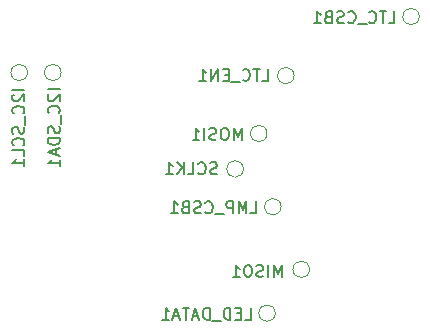
<source format=gbr>
%TF.GenerationSoftware,KiCad,Pcbnew,(5.1.5-0-10_14)*%
%TF.CreationDate,2020-05-28T22:54:10-04:00*%
%TF.ProjectId,PD_PowerSupply,50445f50-6f77-4657-9253-7570706c792e,rev?*%
%TF.SameCoordinates,Original*%
%TF.FileFunction,Legend,Bot*%
%TF.FilePolarity,Positive*%
%FSLAX46Y46*%
G04 Gerber Fmt 4.6, Leading zero omitted, Abs format (unit mm)*
G04 Created by KiCad (PCBNEW (5.1.5-0-10_14)) date 2020-05-28 22:54:10*
%MOMM*%
%LPD*%
G04 APERTURE LIST*
%ADD10C,0.120000*%
%ADD11C,0.150000*%
G04 APERTURE END LIST*
D10*
X145588800Y-102734400D02*
G75*
G03X145588800Y-102734400I-700000J0D01*
G01*
X147588800Y-99734400D02*
G75*
G03X147588800Y-99734400I-700000J0D01*
G01*
X151188800Y-111234400D02*
G75*
G03X151188800Y-111234400I-700000J0D01*
G01*
X149888800Y-94834400D02*
G75*
G03X149888800Y-94834400I-700000J0D01*
G01*
X160488800Y-89834400D02*
G75*
G03X160488800Y-89834400I-700000J0D01*
G01*
X148788800Y-105934400D02*
G75*
G03X148788800Y-105934400I-700000J0D01*
G01*
X148293200Y-114944000D02*
G75*
G03X148293200Y-114944000I-700000J0D01*
G01*
X130157600Y-94573200D02*
G75*
G03X130157600Y-94573200I-700000J0D01*
G01*
X127312800Y-94573200D02*
G75*
G03X127312800Y-94573200I-700000J0D01*
G01*
D11*
X143355466Y-103139161D02*
X143212609Y-103186780D01*
X142974514Y-103186780D01*
X142879276Y-103139161D01*
X142831657Y-103091542D01*
X142784038Y-102996304D01*
X142784038Y-102901066D01*
X142831657Y-102805828D01*
X142879276Y-102758209D01*
X142974514Y-102710590D01*
X143164990Y-102662971D01*
X143260228Y-102615352D01*
X143307847Y-102567733D01*
X143355466Y-102472495D01*
X143355466Y-102377257D01*
X143307847Y-102282019D01*
X143260228Y-102234400D01*
X143164990Y-102186780D01*
X142926895Y-102186780D01*
X142784038Y-102234400D01*
X141784038Y-103091542D02*
X141831657Y-103139161D01*
X141974514Y-103186780D01*
X142069752Y-103186780D01*
X142212609Y-103139161D01*
X142307847Y-103043923D01*
X142355466Y-102948685D01*
X142403085Y-102758209D01*
X142403085Y-102615352D01*
X142355466Y-102424876D01*
X142307847Y-102329638D01*
X142212609Y-102234400D01*
X142069752Y-102186780D01*
X141974514Y-102186780D01*
X141831657Y-102234400D01*
X141784038Y-102282019D01*
X140879276Y-103186780D02*
X141355466Y-103186780D01*
X141355466Y-102186780D01*
X140545942Y-103186780D02*
X140545942Y-102186780D01*
X139974514Y-103186780D02*
X140403085Y-102615352D01*
X139974514Y-102186780D02*
X140545942Y-102758209D01*
X139022133Y-103186780D02*
X139593561Y-103186780D01*
X139307847Y-103186780D02*
X139307847Y-102186780D01*
X139403085Y-102329638D01*
X139498323Y-102424876D01*
X139593561Y-102472495D01*
X145436419Y-100286780D02*
X145436419Y-99286780D01*
X145103085Y-100001066D01*
X144769752Y-99286780D01*
X144769752Y-100286780D01*
X144103085Y-99286780D02*
X143912609Y-99286780D01*
X143817371Y-99334400D01*
X143722133Y-99429638D01*
X143674514Y-99620114D01*
X143674514Y-99953447D01*
X143722133Y-100143923D01*
X143817371Y-100239161D01*
X143912609Y-100286780D01*
X144103085Y-100286780D01*
X144198323Y-100239161D01*
X144293561Y-100143923D01*
X144341180Y-99953447D01*
X144341180Y-99620114D01*
X144293561Y-99429638D01*
X144198323Y-99334400D01*
X144103085Y-99286780D01*
X143293561Y-100239161D02*
X143150704Y-100286780D01*
X142912609Y-100286780D01*
X142817371Y-100239161D01*
X142769752Y-100191542D01*
X142722133Y-100096304D01*
X142722133Y-100001066D01*
X142769752Y-99905828D01*
X142817371Y-99858209D01*
X142912609Y-99810590D01*
X143103085Y-99762971D01*
X143198323Y-99715352D01*
X143245942Y-99667733D01*
X143293561Y-99572495D01*
X143293561Y-99477257D01*
X143245942Y-99382019D01*
X143198323Y-99334400D01*
X143103085Y-99286780D01*
X142864990Y-99286780D01*
X142722133Y-99334400D01*
X142293561Y-100286780D02*
X142293561Y-99286780D01*
X141293561Y-100286780D02*
X141864990Y-100286780D01*
X141579276Y-100286780D02*
X141579276Y-99286780D01*
X141674514Y-99429638D01*
X141769752Y-99524876D01*
X141864990Y-99572495D01*
X148836419Y-111886780D02*
X148836419Y-110886780D01*
X148503085Y-111601066D01*
X148169752Y-110886780D01*
X148169752Y-111886780D01*
X147693561Y-111886780D02*
X147693561Y-110886780D01*
X147264990Y-111839161D02*
X147122133Y-111886780D01*
X146884038Y-111886780D01*
X146788800Y-111839161D01*
X146741180Y-111791542D01*
X146693561Y-111696304D01*
X146693561Y-111601066D01*
X146741180Y-111505828D01*
X146788800Y-111458209D01*
X146884038Y-111410590D01*
X147074514Y-111362971D01*
X147169752Y-111315352D01*
X147217371Y-111267733D01*
X147264990Y-111172495D01*
X147264990Y-111077257D01*
X147217371Y-110982019D01*
X147169752Y-110934400D01*
X147074514Y-110886780D01*
X146836419Y-110886780D01*
X146693561Y-110934400D01*
X146074514Y-110886780D02*
X145884038Y-110886780D01*
X145788800Y-110934400D01*
X145693561Y-111029638D01*
X145645942Y-111220114D01*
X145645942Y-111553447D01*
X145693561Y-111743923D01*
X145788800Y-111839161D01*
X145884038Y-111886780D01*
X146074514Y-111886780D01*
X146169752Y-111839161D01*
X146264990Y-111743923D01*
X146312609Y-111553447D01*
X146312609Y-111220114D01*
X146264990Y-111029638D01*
X146169752Y-110934400D01*
X146074514Y-110886780D01*
X144693561Y-111886780D02*
X145264990Y-111886780D01*
X144979276Y-111886780D02*
X144979276Y-110886780D01*
X145074514Y-111029638D01*
X145169752Y-111124876D01*
X145264990Y-111172495D01*
X147193561Y-95286780D02*
X147669752Y-95286780D01*
X147669752Y-94286780D01*
X147003085Y-94286780D02*
X146431657Y-94286780D01*
X146717371Y-95286780D02*
X146717371Y-94286780D01*
X145526895Y-95191542D02*
X145574514Y-95239161D01*
X145717371Y-95286780D01*
X145812609Y-95286780D01*
X145955466Y-95239161D01*
X146050704Y-95143923D01*
X146098323Y-95048685D01*
X146145942Y-94858209D01*
X146145942Y-94715352D01*
X146098323Y-94524876D01*
X146050704Y-94429638D01*
X145955466Y-94334400D01*
X145812609Y-94286780D01*
X145717371Y-94286780D01*
X145574514Y-94334400D01*
X145526895Y-94382019D01*
X145336419Y-95382019D02*
X144574514Y-95382019D01*
X144336419Y-94762971D02*
X144003085Y-94762971D01*
X143860228Y-95286780D02*
X144336419Y-95286780D01*
X144336419Y-94286780D01*
X143860228Y-94286780D01*
X143431657Y-95286780D02*
X143431657Y-94286780D01*
X142860228Y-95286780D01*
X142860228Y-94286780D01*
X141860228Y-95286780D02*
X142431657Y-95286780D01*
X142145942Y-95286780D02*
X142145942Y-94286780D01*
X142241180Y-94429638D01*
X142336419Y-94524876D01*
X142431657Y-94572495D01*
X157893561Y-90386780D02*
X158369752Y-90386780D01*
X158369752Y-89386780D01*
X157703085Y-89386780D02*
X157131657Y-89386780D01*
X157417371Y-90386780D02*
X157417371Y-89386780D01*
X156226895Y-90291542D02*
X156274514Y-90339161D01*
X156417371Y-90386780D01*
X156512609Y-90386780D01*
X156655466Y-90339161D01*
X156750704Y-90243923D01*
X156798323Y-90148685D01*
X156845942Y-89958209D01*
X156845942Y-89815352D01*
X156798323Y-89624876D01*
X156750704Y-89529638D01*
X156655466Y-89434400D01*
X156512609Y-89386780D01*
X156417371Y-89386780D01*
X156274514Y-89434400D01*
X156226895Y-89482019D01*
X156036419Y-90482019D02*
X155274514Y-90482019D01*
X154464990Y-90291542D02*
X154512609Y-90339161D01*
X154655466Y-90386780D01*
X154750704Y-90386780D01*
X154893561Y-90339161D01*
X154988800Y-90243923D01*
X155036419Y-90148685D01*
X155084038Y-89958209D01*
X155084038Y-89815352D01*
X155036419Y-89624876D01*
X154988800Y-89529638D01*
X154893561Y-89434400D01*
X154750704Y-89386780D01*
X154655466Y-89386780D01*
X154512609Y-89434400D01*
X154464990Y-89482019D01*
X154084038Y-90339161D02*
X153941180Y-90386780D01*
X153703085Y-90386780D01*
X153607847Y-90339161D01*
X153560228Y-90291542D01*
X153512609Y-90196304D01*
X153512609Y-90101066D01*
X153560228Y-90005828D01*
X153607847Y-89958209D01*
X153703085Y-89910590D01*
X153893561Y-89862971D01*
X153988800Y-89815352D01*
X154036419Y-89767733D01*
X154084038Y-89672495D01*
X154084038Y-89577257D01*
X154036419Y-89482019D01*
X153988800Y-89434400D01*
X153893561Y-89386780D01*
X153655466Y-89386780D01*
X153512609Y-89434400D01*
X152750704Y-89862971D02*
X152607847Y-89910590D01*
X152560228Y-89958209D01*
X152512609Y-90053447D01*
X152512609Y-90196304D01*
X152560228Y-90291542D01*
X152607847Y-90339161D01*
X152703085Y-90386780D01*
X153084038Y-90386780D01*
X153084038Y-89386780D01*
X152750704Y-89386780D01*
X152655466Y-89434400D01*
X152607847Y-89482019D01*
X152560228Y-89577257D01*
X152560228Y-89672495D01*
X152607847Y-89767733D01*
X152655466Y-89815352D01*
X152750704Y-89862971D01*
X153084038Y-89862971D01*
X151560228Y-90386780D02*
X152131657Y-90386780D01*
X151845942Y-90386780D02*
X151845942Y-89386780D01*
X151941180Y-89529638D01*
X152036419Y-89624876D01*
X152131657Y-89672495D01*
X146184038Y-106486780D02*
X146660228Y-106486780D01*
X146660228Y-105486780D01*
X145850704Y-106486780D02*
X145850704Y-105486780D01*
X145517371Y-106201066D01*
X145184038Y-105486780D01*
X145184038Y-106486780D01*
X144707847Y-106486780D02*
X144707847Y-105486780D01*
X144326895Y-105486780D01*
X144231657Y-105534400D01*
X144184038Y-105582019D01*
X144136419Y-105677257D01*
X144136419Y-105820114D01*
X144184038Y-105915352D01*
X144231657Y-105962971D01*
X144326895Y-106010590D01*
X144707847Y-106010590D01*
X143945942Y-106582019D02*
X143184038Y-106582019D01*
X142374514Y-106391542D02*
X142422133Y-106439161D01*
X142564990Y-106486780D01*
X142660228Y-106486780D01*
X142803085Y-106439161D01*
X142898323Y-106343923D01*
X142945942Y-106248685D01*
X142993561Y-106058209D01*
X142993561Y-105915352D01*
X142945942Y-105724876D01*
X142898323Y-105629638D01*
X142803085Y-105534400D01*
X142660228Y-105486780D01*
X142564990Y-105486780D01*
X142422133Y-105534400D01*
X142374514Y-105582019D01*
X141993561Y-106439161D02*
X141850704Y-106486780D01*
X141612609Y-106486780D01*
X141517371Y-106439161D01*
X141469752Y-106391542D01*
X141422133Y-106296304D01*
X141422133Y-106201066D01*
X141469752Y-106105828D01*
X141517371Y-106058209D01*
X141612609Y-106010590D01*
X141803085Y-105962971D01*
X141898323Y-105915352D01*
X141945942Y-105867733D01*
X141993561Y-105772495D01*
X141993561Y-105677257D01*
X141945942Y-105582019D01*
X141898323Y-105534400D01*
X141803085Y-105486780D01*
X141564990Y-105486780D01*
X141422133Y-105534400D01*
X140660228Y-105962971D02*
X140517371Y-106010590D01*
X140469752Y-106058209D01*
X140422133Y-106153447D01*
X140422133Y-106296304D01*
X140469752Y-106391542D01*
X140517371Y-106439161D01*
X140612609Y-106486780D01*
X140993561Y-106486780D01*
X140993561Y-105486780D01*
X140660228Y-105486780D01*
X140564990Y-105534400D01*
X140517371Y-105582019D01*
X140469752Y-105677257D01*
X140469752Y-105772495D01*
X140517371Y-105867733D01*
X140564990Y-105915352D01*
X140660228Y-105962971D01*
X140993561Y-105962971D01*
X139469752Y-106486780D02*
X140041180Y-106486780D01*
X139755466Y-106486780D02*
X139755466Y-105486780D01*
X139850704Y-105629638D01*
X139945942Y-105724876D01*
X140041180Y-105772495D01*
X145726895Y-115486780D02*
X146203085Y-115486780D01*
X146203085Y-114486780D01*
X145393561Y-114962971D02*
X145060228Y-114962971D01*
X144917371Y-115486780D02*
X145393561Y-115486780D01*
X145393561Y-114486780D01*
X144917371Y-114486780D01*
X144488800Y-115486780D02*
X144488800Y-114486780D01*
X144250704Y-114486780D01*
X144107847Y-114534400D01*
X144012609Y-114629638D01*
X143964990Y-114724876D01*
X143917371Y-114915352D01*
X143917371Y-115058209D01*
X143964990Y-115248685D01*
X144012609Y-115343923D01*
X144107847Y-115439161D01*
X144250704Y-115486780D01*
X144488800Y-115486780D01*
X143726895Y-115582019D02*
X142964990Y-115582019D01*
X142726895Y-115486780D02*
X142726895Y-114486780D01*
X142488800Y-114486780D01*
X142345942Y-114534400D01*
X142250704Y-114629638D01*
X142203085Y-114724876D01*
X142155466Y-114915352D01*
X142155466Y-115058209D01*
X142203085Y-115248685D01*
X142250704Y-115343923D01*
X142345942Y-115439161D01*
X142488800Y-115486780D01*
X142726895Y-115486780D01*
X141774514Y-115201066D02*
X141298323Y-115201066D01*
X141869752Y-115486780D02*
X141536419Y-114486780D01*
X141203085Y-115486780D01*
X141012609Y-114486780D02*
X140441180Y-114486780D01*
X140726895Y-115486780D02*
X140726895Y-114486780D01*
X140155466Y-115201066D02*
X139679276Y-115201066D01*
X140250704Y-115486780D02*
X139917371Y-114486780D01*
X139584038Y-115486780D01*
X138726895Y-115486780D02*
X139298323Y-115486780D01*
X139012609Y-115486780D02*
X139012609Y-114486780D01*
X139107847Y-114629638D01*
X139203085Y-114724876D01*
X139298323Y-114772495D01*
X130041180Y-95996304D02*
X129041180Y-95996304D01*
X129136419Y-96424876D02*
X129088800Y-96472495D01*
X129041180Y-96567733D01*
X129041180Y-96805828D01*
X129088800Y-96901066D01*
X129136419Y-96948685D01*
X129231657Y-96996304D01*
X129326895Y-96996304D01*
X129469752Y-96948685D01*
X130041180Y-96377257D01*
X130041180Y-96996304D01*
X129945942Y-97996304D02*
X129993561Y-97948685D01*
X130041180Y-97805828D01*
X130041180Y-97710590D01*
X129993561Y-97567733D01*
X129898323Y-97472495D01*
X129803085Y-97424876D01*
X129612609Y-97377257D01*
X129469752Y-97377257D01*
X129279276Y-97424876D01*
X129184038Y-97472495D01*
X129088800Y-97567733D01*
X129041180Y-97710590D01*
X129041180Y-97805828D01*
X129088800Y-97948685D01*
X129136419Y-97996304D01*
X130136419Y-98186780D02*
X130136419Y-98948685D01*
X129993561Y-99139161D02*
X130041180Y-99282019D01*
X130041180Y-99520114D01*
X129993561Y-99615352D01*
X129945942Y-99662971D01*
X129850704Y-99710590D01*
X129755466Y-99710590D01*
X129660228Y-99662971D01*
X129612609Y-99615352D01*
X129564990Y-99520114D01*
X129517371Y-99329638D01*
X129469752Y-99234400D01*
X129422133Y-99186780D01*
X129326895Y-99139161D01*
X129231657Y-99139161D01*
X129136419Y-99186780D01*
X129088800Y-99234400D01*
X129041180Y-99329638D01*
X129041180Y-99567733D01*
X129088800Y-99710590D01*
X130041180Y-100139161D02*
X129041180Y-100139161D01*
X129041180Y-100377257D01*
X129088800Y-100520114D01*
X129184038Y-100615352D01*
X129279276Y-100662971D01*
X129469752Y-100710590D01*
X129612609Y-100710590D01*
X129803085Y-100662971D01*
X129898323Y-100615352D01*
X129993561Y-100520114D01*
X130041180Y-100377257D01*
X130041180Y-100139161D01*
X129755466Y-101091542D02*
X129755466Y-101567733D01*
X130041180Y-100996304D02*
X129041180Y-101329638D01*
X130041180Y-101662971D01*
X130041180Y-102520114D02*
X130041180Y-101948685D01*
X130041180Y-102234400D02*
X129041180Y-102234400D01*
X129184038Y-102139161D01*
X129279276Y-102043923D01*
X129326895Y-101948685D01*
X127041180Y-96020114D02*
X126041180Y-96020114D01*
X126136419Y-96448685D02*
X126088800Y-96496304D01*
X126041180Y-96591542D01*
X126041180Y-96829638D01*
X126088800Y-96924876D01*
X126136419Y-96972495D01*
X126231657Y-97020114D01*
X126326895Y-97020114D01*
X126469752Y-96972495D01*
X127041180Y-96401066D01*
X127041180Y-97020114D01*
X126945942Y-98020114D02*
X126993561Y-97972495D01*
X127041180Y-97829638D01*
X127041180Y-97734400D01*
X126993561Y-97591542D01*
X126898323Y-97496304D01*
X126803085Y-97448685D01*
X126612609Y-97401066D01*
X126469752Y-97401066D01*
X126279276Y-97448685D01*
X126184038Y-97496304D01*
X126088800Y-97591542D01*
X126041180Y-97734400D01*
X126041180Y-97829638D01*
X126088800Y-97972495D01*
X126136419Y-98020114D01*
X127136419Y-98210590D02*
X127136419Y-98972495D01*
X126993561Y-99162971D02*
X127041180Y-99305828D01*
X127041180Y-99543923D01*
X126993561Y-99639161D01*
X126945942Y-99686780D01*
X126850704Y-99734400D01*
X126755466Y-99734400D01*
X126660228Y-99686780D01*
X126612609Y-99639161D01*
X126564990Y-99543923D01*
X126517371Y-99353447D01*
X126469752Y-99258209D01*
X126422133Y-99210590D01*
X126326895Y-99162971D01*
X126231657Y-99162971D01*
X126136419Y-99210590D01*
X126088800Y-99258209D01*
X126041180Y-99353447D01*
X126041180Y-99591542D01*
X126088800Y-99734400D01*
X126945942Y-100734400D02*
X126993561Y-100686780D01*
X127041180Y-100543923D01*
X127041180Y-100448685D01*
X126993561Y-100305828D01*
X126898323Y-100210590D01*
X126803085Y-100162971D01*
X126612609Y-100115352D01*
X126469752Y-100115352D01*
X126279276Y-100162971D01*
X126184038Y-100210590D01*
X126088800Y-100305828D01*
X126041180Y-100448685D01*
X126041180Y-100543923D01*
X126088800Y-100686780D01*
X126136419Y-100734400D01*
X127041180Y-101639161D02*
X127041180Y-101162971D01*
X126041180Y-101162971D01*
X127041180Y-102496304D02*
X127041180Y-101924876D01*
X127041180Y-102210590D02*
X126041180Y-102210590D01*
X126184038Y-102115352D01*
X126279276Y-102020114D01*
X126326895Y-101924876D01*
M02*

</source>
